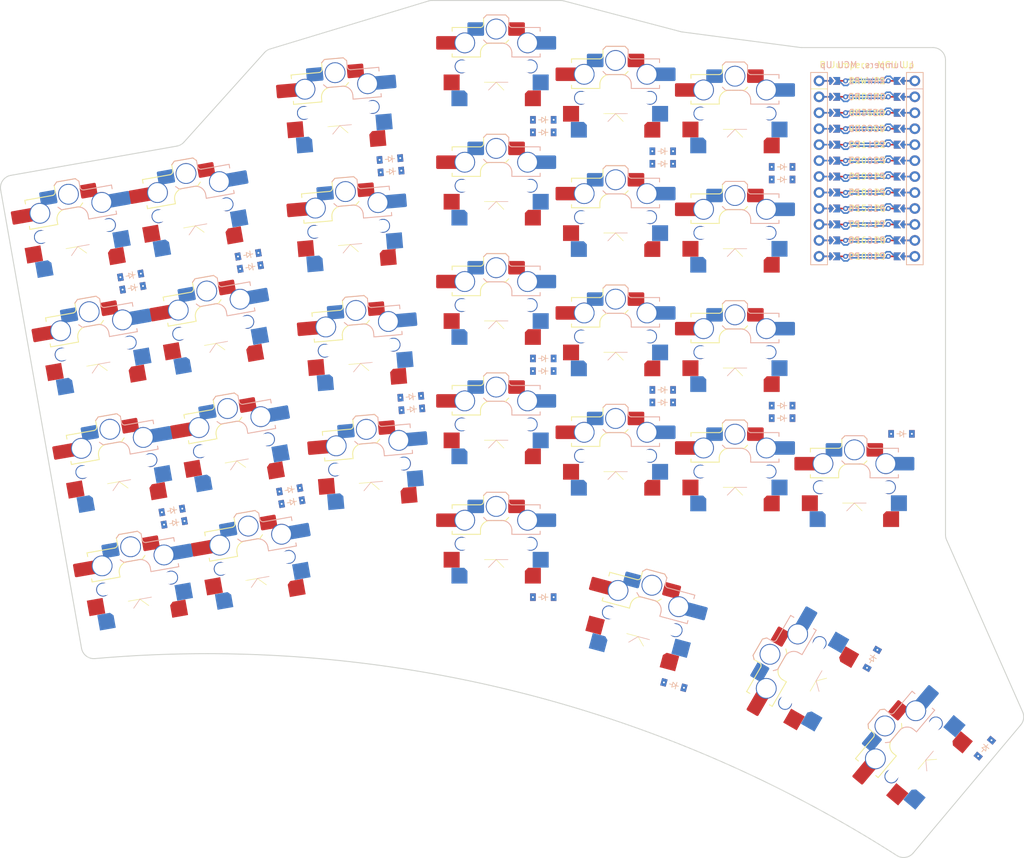
<source format=kicad_pcb>
(kicad_pcb (version 20240108) (generator "ergogen") (generator_version "4.1.0")
  (title_block (title "qapla") (date "2024-08-23") (rev "v1.0.0") (company "Unknown"))
  (layers (0 "F.Cu" signal) (31 "B.Cu" signal) (34 "B.Paste" user) (35 "F.Paste" user) (36 "B.SilkS" user "B.Silkscreen") (37 "F.SilkS" user "F.Silkscreen") (38 "B.Mask" user) (39 "F.Mask" user) (44 "Edge.Cuts" user))
  (net 0 "")
  (net 1 "outer_bottom")
  (net 2 "GND")
  (net 3 "D1")
  (net 4 "D2")
  (net 5 "outer_home")
  (net 6 "outer_top")
  (net 7 "outer_num")
  (net 8 "pinky_bottom")
  (net 9 "pinky_home")
  (net 10 "pinky_top")
  (net 11 "pinky_num")
  (net 12 "ring_bottom")
  (net 13 "ring_home")
  (net 14 "ring_top")
  (net 15 "ring_num")
  (net 16 "middle_mod")
  (net 17 "middle_bottom")
  (net 18 "middle_home")
  (net 19 "middle_top")
  (net 20 "middle_num")
  (net 21 "index_bottom")
  (net 22 "index_home")
  (net 23 "index_top")
  (net 24 "index_num")
  (net 25 "inner_bottom")
  (net 26 "inner_home")
  (net 27 "inner_top")
  (net 28 "inner_num")
  (net 29 "inner_far_bottom")
  (net 30 "alt_mod")
  (net 31 "inner_mod")
  (net 32 "outer_mod")
  (net 33 "RAW")
  (net 34 "RST")
  (net 35 "VCC")
  (net 36 "P21")
  (net 37 "P20")
  (net 38 "P19")
  (net 39 "P18")
  (net 40 "P15")
  (net 41 "P14")
  (net 42 "P16")
  (net 43 "P10")
  (net 44 "P1")
  (net 45 "P0")
  (net 46 "P2")
  (net 47 "P3")
  (net 48 "P4")
  (net 49 "P5")
  (net 50 "P6")
  (net 51 "P7")
  (net 52 "P8")
  (net 53 "P9")
  (net 54 "P101")
  (net 55 "P102")
  (net 56 "P107")
  (net 57 "MCU1_24")
  (net 58 "MCU1_1")
  (net 59 "MCU1_23")
  (net 60 "MCU1_2")
  (net 61 "MCU1_22")
  (net 62 "MCU1_3")
  (net 63 "MCU1_21")
  (net 64 "MCU1_4")
  (net 65 "MCU1_20")
  (net 66 "MCU1_5")
  (net 67 "MCU1_19")
  (net 68 "MCU1_6")
  (net 69 "MCU1_18")
  (net 70 "MCU1_7")
  (net 71 "MCU1_17")
  (net 72 "MCU1_8")
  (net 73 "MCU1_16")
  (net 74 "MCU1_9")
  (net 75 "MCU1_15")
  (net 76 "MCU1_10")
  (net 77 "MCU1_14")
  (net 78 "MCU1_11")
  (net 79 "MCU1_13")
  (net 80 "MCU1_12")
  (footprint "ceoloide:switch_choc_v1_v2" (layer "B.Cu") (at 121.2286866 111.6449979 10)
    (property "Reference" "S1" hide)
  )
  (footprint "ceoloide:switch_choc_v1_v2" (layer "B.Cu") (at 117.9293712 92.9336506 10)
    (property "Reference" "S2" hide)
  )
  (footprint "ceoloide:switch_choc_v1_v2" (layer "B.Cu") (at 114.6300558 74.2223033 10)
    (property "Reference" "S3" hide)
  )
  (footprint "ceoloide:switch_choc_v1_v2" (layer "B.Cu") (at 111.3307404 55.510956 10)
    (property "Reference" "S4" hide)
  )
  (footprint "ceoloide:switch_choc_v1_v2" (layer "B.Cu") (at 139.9400339 108.3456825 10)
    (property "Reference" "S5" hide)
  )
  (footprint "ceoloide:switch_choc_v1_v2" (layer "B.Cu") (at 136.6407185 89.6343352 10)
    (property "Reference" "S6" hide)
  )
  (footprint "ceoloide:switch_choc_v1_v2" (layer "B.Cu") (at 133.3414031 70.9229879 10)
    (property "Reference" "S7" hide)
  )
  (footprint "ceoloide:switch_choc_v1_v2" (layer "B.Cu") (at 130.0420878 52.2116406 10)
    (property "Reference" "S8" hide)
  )
  (footprint "ceoloide:switch_choc_v1_v2" (layer "B.Cu") (at 158.2109593 93.0123221 5)
    (property "Reference" "S9" hide)
  )
  (footprint "ceoloide:switch_choc_v1_v2" (layer "B.Cu") (at 156.5550002 74.0846228 5)
    (property "Reference" "S10" hide)
  )
  (footprint "ceoloide:switch_choc_v1_v2" (layer "B.Cu") (at 154.899041 55.1569235 5)
    (property "Reference" "S11" hide)
  )
  (footprint "ceoloide:switch_choc_v1_v2" (layer "B.Cu") (at 153.2430819 36.2292242 5)
    (property "Reference" "S12" hide)
  )
  (footprint "ceoloide:switch_choc_v1_v2" (layer "B.Cu") (at 178.358839 105.3030888 0)
    (property "Reference" "S13" hide)
  )
  (footprint "ceoloide:switch_choc_v1_v2" (layer "B.Cu") (at 178.358839 86.3030888 0)
    (property "Reference" "S14" hide)
  )
  (footprint "ceoloide:switch_choc_v1_v2" (layer "B.Cu") (at 178.3588391 67.3030888 0)
    (property "Reference" "S15" hide)
  )
  (footprint "ceoloide:switch_choc_v1_v2" (layer "B.Cu") (at 178.3588391 48.3030888 0)
    (property "Reference" "S16" hide)
  )
  (footprint "ceoloide:switch_choc_v1_v2" (layer "B.Cu") (at 178.3588391 29.3030888 0)
    (property "Reference" "S17" hide)
  )
  (footprint "ceoloide:switch_choc_v1_v2" (layer "B.Cu") (at 197.358839 91.3030887 0)
    (property "Reference" "S18" hide)
  )
  (footprint "ceoloide:switch_choc_v1_v2" (layer "B.Cu") (at 197.358839 72.3030887 0)
    (property "Reference" "S19" hide)
  )
  (footprint "ceoloide:switch_choc_v1_v2" (layer "B.Cu") (at 197.3588391 53.3030887 0)
    (property "Reference" "S20" hide)
  )
  (footprint "ceoloide:switch_choc_v1_v2" (layer "B.Cu") (at 197.3588391 34.3030887 0)
    (property "Reference" "S21" hide)
  )
  (footprint "ceoloide:switch_choc_v1_v2" (layer "B.Cu") (at 216.3588389 93.8030888 0)
    (property "Reference" "S22" hide)
  )
  (footprint "ceoloide:switch_choc_v1_v2" (layer "B.Cu") (at 216.358839 74.8030888 0)
    (property "Reference" "S23" hide)
  )
  (footprint "ceoloide:switch_choc_v1_v2" (layer "B.Cu") (at 216.358839 55.8030888 0)
    (property "Reference" "S24" hide)
  )
  (footprint "ceoloide:switch_choc_v1_v2" (layer "B.Cu") (at 216.358839 36.8030888 0)
    (property "Reference" "S25" hide)
  )
  (footprint "ceoloide:switch_choc_v1_v2" (layer "B.Cu") (at 235.358839 96.3030887 0)
    (property "Reference" "S26" hide)
  )
  (footprint "ceoloide:switch_choc_v1_v2" (layer "B.Cu") (at 201.6014797 117.6515579 -15)
    (property "Reference" "S27" hide)
  )
  (footprint "ceoloide:switch_choc_v1_v2" (layer "B.Cu") (at 227.08387739999998 125.87558390000001 60)
    (property "Reference" "S28" hide)
  )
  (footprint "ceoloide:switch_choc_v1_v2" (layer "B.Cu") (at 244.78653729999996 138.13068070000003 50)
    (property "Reference" "S29" hide)
  )
  (footprint "ceoloide:switch_mx" (layer "B.Cu") (at 121.2286866 111.6449979 190)
    (property "Reference" "S30" hide)
  )
  (footprint "ceoloide:switch_mx" (layer "B.Cu") (at 117.9293712 92.9336506 190)
    (property "Reference" "S31" hide)
  )
  (footprint "ceoloide:switch_mx" (layer "B.Cu") (at 114.6300558 74.2223033 190)
    (property "Reference" "S32" hide)
  )
  (footprint "ceoloide:switch_mx" (layer "B.Cu") (at 111.3307404 55.510956 190)
    (property "Reference" "S33" hide)
  )
  (footprint "ceoloide:switch_mx" (layer "B.Cu") (at 139.9400339 108.3456825 190)
    (property "Reference" "S34" hide)
  )
  (footprint "ceoloide:switch_mx" (layer "B.Cu") (at 136.6407185 89.6343352 190)
    (property "Reference" "S35" hide)
  )
  (footprint "ceoloide:switch_mx" (layer "B.Cu") (at 133.3414031 70.9229879 190)
    (property "Reference" "S36" hide)
  )
  (footprint "ceoloide:switch_mx" (layer "B.Cu") (at 130.0420878 52.2116406 190)
    (property "Reference" "S37" hide)
  )
  (footprint "ceoloide:switch_mx" (layer "B.Cu") (at 158.2109593 93.0123221 185)
    (property "Reference" "S38" hide)
  )
  (footprint "ceoloide:switch_mx" (layer "B.Cu") (at 156.5550002 74.0846228 185)
    (property "Reference" "S39" hide)
  )
  (footprint "ceoloide:switch_mx" (layer "B.Cu") (at 154.899041 55.1569235 185)
    (property "Reference" "S40" hide)
  )
  (footprint "ceoloide:switch_mx" (layer "B.Cu") (at 153.2430819 36.2292242 185)
    (property "Reference" "S41" hide)
  )
  (footprint "ceoloide:switch_mx" (layer "B.Cu") (at 178.358839 105.3030888 180)
    (property "Reference" "S42" hide)
  )
  (footprint "ceoloide:switch_mx" (layer "B.Cu") (at 178.358839 86.3030888 180)
    (property "Reference" "S43" hide)
  )
  (footprint "ceoloide:switch_mx" (layer "B.Cu") (at 178.3588391 67.3030888 180)
    (property "Reference" "S44" hide)
  )
  (footprint "ceoloide:switch_mx" (layer "B.Cu") (at 178.3588391 48.3030888 180)
    (property "Reference" "S45" hide)
  )
  (footprint "ceoloide:switch_mx" (layer "B.Cu") (at 178.3588391 29.3030888 180)
    (property "Reference" "S46" hide)
  )
  (footprint "ceoloide:switch_mx" (layer "B.Cu") (at 197.358839 91.3030887 180)
    (property "Reference" "S47" hide)
  )
  (footprint "ceoloide:switch_mx" (layer "B.Cu") (at 197.358839 72.3030887 180)
    (property "Reference" "S48" hide)
  )
  (footprint "ceoloide:switch_mx" (layer "B.Cu") (at 197.3588391 53.3030887 180)
    (property "Reference" "S49" hide)
  )
  (footprint "ceoloide:switch_mx" (layer "B.Cu") (at 197.3588391 34.3030887 180)
    (property "Reference" "S50" hide)
  )
  (footprint "ceoloide:switch_mx" (layer "B.Cu") (at 216.3588389 93.8030888 180)
    (property "Reference" "S51" hide)
  )
  (footprint "ceoloide:switch_mx" (layer "B.Cu") (at 216.358839 74.8030888 180)
    (property "Reference" "S52" hide)
  )
  (footprint "ceoloide:switch_mx" (layer "B.Cu") (at 216.358839 55.8030888 180)
    (property "Reference" "S53" hide)
  )
  (footprint "ceoloide:switch_mx" (layer "B.Cu") (at 216.358839 36.8030888 180)
    (property "Reference" "S54" hide)
  )
  (footprint "ceoloide:switch_mx" (layer "B.Cu") (at 235.358839 96.3030887 180)
    (property "Reference" "S55" hide)
  )
  (footprint "ceoloide:switch_mx" (layer "B.Cu") (at 201.6014797 117.6515579 165)
    (property "Reference" "S56" hide)
  )
  (footprint "ceoloide:switch_mx" (layer "B.Cu") (at 227.08387739999998 125.87558390000001 240)
    (property "Reference" "S57" hide)
  )
  (footprint "ceoloide:switch_mx" (layer "B.Cu") (at 244.78653729999996 138.13068070000003 230)
    (property "Reference" "S58" hide)
  )
  (footprint "ceoloide:diode_tht_sod123" (layer "B.Cu") (at 126.7914389 100.0021552 190)
    (property "Reference" "D1" hide)
  )
  (footprint "ceoloide:diode_tht_sod123" (layer "B.Cu") (at 120.1928081 62.5794606 190)
    (property "Reference" "D2" hide)
  )
  (footprint "ceoloide:diode_tht_sod123" (layer "B.Cu") (at 145.5027862 96.70283979999999 190)
    (property "Reference" "D3" hide)
  )
  (footprint "ceoloide:diode_tht_sod123" (layer "B.Cu") (at 138.9041555 59.2801452 190)
    (property "Reference" "D4" hide)
  )
  (footprint "ceoloide:diode_tht_sod123" (layer "B.Cu") (at 164.7672842 81.89860970000001 185)
    (property "Reference" "D5" hide)
  )
  (footprint "ceoloide:diode_tht_sod123" (layer "B.Cu") (at 161.4553659 44.04321109999999 185)
    (property "Reference" "D6" hide)
  )
  (footprint "ceoloide:diode_tht_sod123" (layer "B.Cu") (at 185.858839 113.8030888 180)
    (property "Reference" "D7" hide)
  )
  (footprint "ceoloide:diode_tht_sod123" (layer "B.Cu") (at 185.8588391 75.8030888 180)
    (property "Reference" "D8" hide)
  )
  (footprint "ceoloide:diode_tht_sod123" (layer "B.Cu") (at 185.8588391 37.8030888 180)
    (property "Reference" "D9" hide)
  )
  (footprint "ceoloide:diode_tht_sod123" (layer "B.Cu") (at 204.858839 80.8030887 180)
    (property "Reference" "D10" hide)
  )
  (footprint "ceoloide:diode_tht_sod123" (layer "B.Cu") (at 204.8588391 42.8030887 180)
    (property "Reference" "D11" hide)
  )
  (footprint "ceoloide:diode_tht_sod123" (layer "B.Cu") (at 223.858839 83.3030888 180)
    (property "Reference" "D12" hide)
  )
  (footprint "ceoloide:diode_tht_sod123" (layer "B.Cu") (at 223.858839 45.3030888 180)
    (property "Reference" "D13" hide)
  )
  (footprint "ceoloide:diode_tht_sod123" (layer "B.Cu") (at 206.6459615 127.8030703 165)
    (property "Reference" "D14" hide)
  )
  (footprint "ceoloide:diode_tht_sod123" (layer "B.Cu") (at 238.19509329999997 123.6303934 240)
    (property "Reference" "D15" hide)
  )
  (footprint "ceoloide:diode_tht_sod123" (layer "B.Cu") (at 256.1188221 137.84904210000002 230)
    (property "Reference" "D16" hide)
  )
  (footprint "ceoloide:diode_tht_sod123" (layer "B.Cu") (at 127.1387352 101.97177070000001 190)
    (property "Reference" "D17" hide)
  )
  (footprint "ceoloide:diode_tht_sod123" (layer "B.Cu") (at 120.54010439999999 64.5490761 190)
    (property "Reference" "D18" hide)
  )
  (footprint "ceoloide:diode_tht_sod123" (layer "B.Cu") (at 145.8500825 98.6724553 190)
    (property "Reference" "D19" hide)
  )
  (footprint "ceoloide:diode_tht_sod123" (layer "B.Cu") (at 139.25145170000002 61.249760699999996 190)
    (property "Reference" "D20" hide)
  )
  (footprint "ceoloide:diode_tht_sod123" (layer "B.Cu") (at 164.94159570000002 83.8909991 185)
    (property "Reference" "D21" hide)
  )
  (footprint "ceoloide:diode_tht_sod123" (layer "B.Cu") (at 161.62967740000002 46.0356005 185)
    (property "Reference" "D22" hide)
  )
  (footprint "ceoloide:diode_tht_sod123" (layer "B.Cu") (at 185.858839 77.8030888 180)
    (property "Reference" "D23" hide)
  )
  (footprint "ceoloide:diode_tht_sod123" (layer "B.Cu") (at 185.8588391 39.8030888 180)
    (property "Reference" "D24" hide)
  )
  (footprint "ceoloide:diode_tht_sod123" (layer "B.Cu") (at 204.858839 82.8030887 180)
    (property "Reference" "D25" hide)
  )
  (footprint "ceoloide:diode_tht_sod123" (layer "B.Cu") (at 204.8588391 44.8030887 180)
    (property "Reference" "D26" hide)
  )
  (footprint "ceoloide:diode_tht_sod123" (layer "B.Cu") (at 223.8588389 85.3030888 180)
    (property "Reference" "D27" hide)
  )
  (footprint "ceoloide:diode_tht_sod123" (layer "B.Cu") (at 223.858839 47.3030888 180)
    (property "Reference" "D28" hide)
  )
  (footprint "ceoloide:diode_tht_sod123" (layer "B.Cu") (at 242.858839 87.8030887 180)
    (property "Reference" "D29" hide)
  )
  (footprint "ceoloide:mcu_nice_nano" (layer "F.Cu") (at 237.358839 44.3030888 0)
    (property "Reference" "MCU1" hide)
  )
  (segment (start 242.133839 31.6030888) (end 240.758839 31.6030888) (width 0.25) (layer "F.Cu"))
  (segment (start 232.58383899999998 31.6030888) (end 233.95883899999998 31.6030888) (width 0.25) (layer "F.Cu"))
  (segment (start 229.73883899999998 31.6030888) (end 231.858839 31.6030888) (width 0.25) (layer "F.Cu"))
  (segment (start 229.73883899999998 31.6030888) (end 231.858839 31.6030888) (width 0.25) (layer "B.Cu"))
  (segment (start 242.858839 31.6030888) (end 244.978839 31.6030888) (width 0.25) (layer "F.Cu"))
  (segment (start 244.978839 31.6030888) (end 242.858839 31.6030888) (width 0.25) (layer "B.Cu"))
  (segment (start 234.754144 31.8330888) (end 240.52883899999998 31.8330888) (width 0.25) (layer "B.Cu"))
  (segment (start 232.58383899999998 31.6030888) (end 232.93353399999998 31.6030888) (width 0.25) (layer "B.Cu"))
  (segment (start 233.65853399999997 32.328088799999996) (end 234.259144 32.328088799999996) (width 0.25) (layer "B.Cu"))
  (segment (start 232.93353399999998 31.6030888) (end 233.65853399999997 32.328088799999996) (width 0.25) (layer "B.Cu"))
  (segment (start 234.259144 32.328088799999996) (end 234.754144 31.8330888) (width 0.25) (layer "B.Cu"))
  (segment (start 242.133839 31.6030888) (end 241.784144 31.6030888) (width 0.25) (layer "B.Cu"))
  (segment (start 239.953534 31.383088799999996) (end 234.17883899999998 31.383088799999996) (width 0.25) (layer "B.Cu"))
  (segment (start 241.784144 31.6030888) (end 241.059144 30.878088799999997) (width 0.25) (layer "B.Cu"))
  (segment (start 241.059144 30.878088799999997) (end 240.458534 30.878088799999997) (width 0.25) (layer "B.Cu"))
  (segment (start 240.458534 30.878088799999997) (end 239.953534 31.383088799999996) (width 0.25) (layer "B.Cu"))
  (segment (start 242.133839 34.1430888) (end 240.758839 34.1430888) (width 0.25) (layer "F.Cu"))
  (segment (start 232.58383899999998 34.1430888) (end 233.95883899999998 34.1430888) (width 0.25) (layer "F.Cu"))
  (segment (start 229.73883899999998 34.1430888) (end 231.858839 34.1430888) (width 0.25) (layer "F.Cu"))
  (segment (start 229.73883899999998 34.1430888) (end 231.858839 34.1430888) (width 0.25) (layer "B.Cu"))
  (segment (start 242.858839 34.1430888) (end 244.978839 34.1430888) (width 0.25) (layer "F.Cu"))
  (segment (start 244.978839 34.1430888) (end 242.858839 34.1430888) (width 0.25) (layer "B.Cu"))
  (segment (start 234.754144 34.3730888) (end 240.52883899999998 34.3730888) (width 0.25) (layer "B.Cu"))
  (segment (start 232.58383899999998 34.1430888) (end 232.93353399999998 34.1430888) (width 0.25) (layer "B.Cu"))
  (segment (start 233.65853399999997 34.868088799999995) (end 234.259144 34.868088799999995) (width 0.25) (layer "B.Cu"))
  (segment (start 232.93353399999998 34.1430888) (end 233.65853399999997 34.868088799999995) (width 0.25) (layer "B.Cu"))
  (segment (start 234.259144 34.868088799999995) (end 234.754144 34.3730888) (width 0.25) (layer "B.Cu"))
  (segment (start 242.133839 34.1430888) (end 241.784144 34.1430888) (width 0.25) (layer "B.Cu"))
  (segment (start 239.953534 33.923088799999995) (end 234.17883899999998 33.923088799999995) (width 0.25) (layer "B.Cu"))
  (segment (start 241.784144 34.1430888) (end 241.059144 33.4180888) (width 0.25) (layer "B.Cu"))
  (segment (start 241.059144 33.4180888) (end 240.458534 33.4180888) (width 0.25) (layer "B.Cu"))
  (segment (start 240.458534 33.4180888) (end 239.953534 33.923088799999995) (width 0.25) (layer "B.Cu"))
  (segment (start 242.133839 36.6830888) (end 240.758839 36.6830888) (width 0.25) (layer "F.Cu"))
  (segment (start 232.58383899999998 36.6830888) (end 233.95883899999998 36.6830888) (width 0.25) (layer "F.Cu"))
  (segment (start 229.73883899999998 36.6830888) (end 231.858839 36.6830888) (width 0.25) (layer "F.Cu"))
  (segment (start 229.73883899999998 36.6830888) (end 231.858839 36.6830888) (width 0.25) (layer "B.Cu"))
  (segment (start 242.858839 36.6830888) (end 244.978839 36.6830888) (width 0.25) (layer "F.Cu"))
  (segment (start 244.978839 36.6830888) (end 242.858839 36.6830888) (width 0.25) (layer "B.Cu"))
  (segment (start 234.754144 36.9130888) (end 240.52883899999998 36.9130888) (width 0.25) (layer "B.Cu"))
  (segment (start 232.58383899999998 36.6830888) (end 232.93353399999998 36.6830888) (width 0.25) (layer "B.Cu"))
  (segment (start 233.65853399999997 37.4080888) (end 234.259144 37.4080888) (width 0.25) (layer "B.Cu"))
  (segment (start 232.93353399999998 36.6830888) (end 233.65853399999997 37.4080888) (width 0.25) (layer "B.Cu"))
  (segment (start 234.259144 37.4080888) (end 234.754144 36.9130888) (width 0.25) (layer "B.Cu"))
  (segment (start 242.133839 36.6830888) (end 241.784144 36.6830888) (width 0.25) (layer "B.Cu"))
  (segment (start 239.953534 36.463088799999994) (end 234.17883899999998 36.463088799999994) (width 0.25) (layer "B.Cu"))
  (segment (start 241.784144 36.6830888) (end 241.059144 35.9580888) (width 0.25) (layer "B.Cu"))
  (segment (start 241.059144 35.9580888) (end 240.458534 35.9580888) (width 0.25) (layer "B.Cu"))
  (segment (start 240.458534 35.9580888) (end 239.953534 36.463088799999994) (width 0.25) (layer "B.Cu"))
  (segment (start 242.133839 39.2230888) (end 240.758839 39.2230888) (width 0.25) (layer "F.Cu"))
  (segment (start 232.58383899999998 39.2230888) (end 233.95883899999998 39.2230888) (width 0.25) (layer "F.Cu"))
  (segment (start 229.73883899999998 39.2230888) (end 231.858839 39.2230888) (width 0.25) (layer "F.Cu"))
  (segment (start 229.73883899999998 39.2230888) (end 231.858839 39.2230888) (width 0.25) (layer "B.Cu"))
  (segment (start 242.858839 39.2230888) (end 244.978839 39.2230888) (width 0.25) (layer "F.Cu"))
  (segment (start 244.978839 39.2230888) (end 242.858839 39.2230888) (width 0.25) (layer "B.Cu"))
  (segment (start 234.754144 39.453088799999996) (end 240.52883899999998 39.453088799999996) (width 0.25) (layer "B.Cu"))
  (segment (start 232.58383899999998 39.2230888) (end 232.93353399999998 39.2230888) (width 0.25) (layer "B.Cu"))
  (segment (start 233.65853399999997 39.948088799999994) (end 234.259144 39.948088799999994) (width 0.25) (layer "B.Cu"))
  (segment (start 232.93353399999998 39.2230888) (end 233.65853399999997 39.948088799999994) (width 0.25) (layer "B.Cu"))
  (segment (start 234.259144 39.948088799999994) (end 234.754144 39.453088799999996) (width 0.25) (layer "B.Cu"))
  (segment (start 242.133839 39.2230888) (end 241.784144 39.2230888) (width 0.25) (layer "B.Cu"))
  (segment (start 239.953534 39.0030888) (end 234.17883899999998 39.0030888) (width 0.25) (layer "B.Cu"))
  (segment (start 241.784144 39.2230888) (end 241.059144 38.4980888) (width 0.25) (layer "B.Cu"))
  (segment (start 241.059144 38.4980888) (end 240.458534 38.4980888) (width 0.25) (layer "B.Cu"))
  (segment (start 240.458534 38.4980888) (end 239.953534 39.0030888) (width 0.25) (layer "B.Cu"))
  (segment (start 242.133839 41.7630888) (end 240.758839 41.7630888) (width 0.25) (layer "F.Cu"))
  (segment (start 232.58383899999998 41.7630888) (end 233.95883899999998 41.7630888) (width 0.25) (layer "F.Cu"))
  (segment (start 229.73883899999998 41.7630888) (end 231.858839 41.7630888) (width 0.25) (layer "F.Cu"))
  (segment (start 229.73883899999998 41.7630888) (end 231.858839 41.7630888) (width 0.25) (layer "B.Cu"))
  (segment (start 242.858839 41.7630888) (end 244.978839 41.7630888) (width 0.25) (layer "F.Cu"))
  (segment (start 244.978839 41.7630888) (end 242.858839 41.7630888) (width 0.25) (layer "B.Cu"))
  (segment (start 234.754144 41.993088799999995) (end 240.52883899999998 41.993088799999995) (width 0.25) (layer "B.Cu"))
  (segment (start 232.58383899999998 41.7630888) (end 232.93353399999998 41.7630888) (width 0.25) (layer "B.Cu"))
  (segment (start 233.65853399999997 42.4880888) (end 234.259144 42.4880888) (width 0.25) (layer "B.Cu"))
  (segment (start 232.93353399999998 41.7630888) (end 233.65853399999997 42.4880888) (width 0.25) (layer "B.Cu"))
  (segment (start 234.259144 42.4880888) (end 234.754144 41.993088799999995) (width 0.25) (layer "B.Cu"))
  (segment (start 242.133839 41.7630888) (end 241.784144 41.7630888) (width 0.25) (layer "B.Cu"))
  (segment (start 239.953534 41.5430888) (end 234.17883899999998 41.5430888) (width 0.25) (layer "B.Cu"))
  (segment (start 241.784144 41.7630888) (end 241.059144 41.0380888) (width 0.25) (layer "B.Cu"))
  (segment (start 241.059144 41.0380888) (end 240.458534 41.0380888) (width 0.25) (layer "B.Cu"))
  (segment (start 240.458534 41.0380888) (end 239.953534 41.5430888) (width 0.25) (layer "B.Cu"))
  (segment (start 242.133839 44.3030888) (end 240.758839 44.3030888) (width 0.25) (layer "F.Cu"))
  (segment (start 232.58383899999998 44.3030888) (end 233.95883899999998 44.3030888) (width 0.25) (layer "F.Cu"))
  (segment (start 229.73883899999998 44.3030888) (end 231.858839 44.3030888) (width 0.25) (layer "F.Cu"))
  (segment (start 229.73883899999998 44.3030888) (end 231.858839 44.3030888) (width 0.25) (layer "B.Cu"))
  (segment (start 242.858839 44.3030888) (end 244.978839 44.3030888) (width 0.25) (layer "F.Cu"))
  (segment (start 244.978839 44.3030888) (end 242.858839 44.3030888) (width 0.25) (layer "B.Cu"))
  (segment (start 234.754144 44.533088799999994) (end 240.52883899999998 44.533088799999994) (width 0.25) (layer "B.Cu"))
  (segment (start 232.58383899999998 44.3030888) (end 232.93353399999998 44.3030888) (width 0.25) (layer "B.Cu"))
  (segment (start 233.65853399999997 45.0280888) (end 234.259144 45.0280888) (width 0.25) (layer "B.Cu"))
  (segment (start 232.93353399999998 44.3030888) (end 233.65853399999997 45.0280888) (width 0.25) (layer "B.Cu"))
  (segment (start 234.259144 45.0280888) (end 234.754144 44.533088799999994) (width 0.25) (layer "B.Cu"))
  (segment (start 242.133839 44.3030888) (end 241.784144 44.3030888) (width 0.25) (layer "B.Cu"))
  (segment (start 239.953534 44.0830888) (end 234.17883899999998 44.0830888) (width 0.25) (layer "B.Cu"))
  (segment (start 241.784144 44.3030888) (end 241.059144 43.578088799999996) (width 0.25) (layer "B.Cu"))
  (segment (start 241.059144 43.578088799999996) (end 240.458534 43.578088799999996) (width 0.25) (layer "B.Cu"))
  (segment (start 240.458534 43.578088799999996) (end 239.953534 44.0830888) (width 0.25) (layer "B.Cu"))
  (segment (start 242.133839 46.8430888) (end 240.758839 46.8430888) (width 0.25) (layer "F.Cu"))
  (segment (start 232.58383899999998 46.8430888) (end 233.95883899999998 46.8430888) (width 0.25) (layer "F.Cu"))
  (segment (start 229.73883899999998 46.8430888) (end 231.858839 46.8430888) (width 0.25) (layer "F.Cu"))
  (segment (start 229.73883899999998 46.8430888) (end 231.858839 46.8430888) (width 0.25) (layer "B.Cu"))
  (segment (start 242.858839 46.8430888) (end 244.978839 46.8430888) (width 0.25) (layer "F.Cu"))
  (segment (start 244.978839 46.8430888) (end 242.858839 46.8430888) (width 0.25) (layer "B.Cu"))
  (segment (start 234.754144 47.0730888) (end 240.52883899999998 47.0730888) (width 0.25) (layer "B.Cu"))
  (segment (start 232.58383899999998 46.8430888) (end 232.93353399999998 46.8430888) (width 0.25) (layer "B.Cu"))
  (segment (start 233.65853399999997 47.5680888) (end 234.259144 47.5680888) (width 0.25) (layer "B.Cu"))
  (segment (start 232.93353399999998 46.8430888) (end 233.65853399999997 47.5680888) (width 0.25) (layer "B.Cu"))
  (segment (start 234.259144 47.5680888) (end 234.754144 47.0730888) (width 0.25) (layer "B.Cu"))
  (segment (start 242.133839 46.8430888) (end 241.784144 46.8430888) (width 0.25) (layer "B.Cu"))
  (segment (start 239.953534 46.6230888) (end 234.17883899999998 46.6230888) (width 0.25) (layer "B.Cu"))
  (segment (start 241.784144 46.8430888) (end 241.059144 46.118088799999995) (width 0.25) (layer "B.Cu"))
  (segment (start 241.059144 46.118088799999995) (end 240.458534 46.118088799999995) (width 0.25) (layer "B.Cu"))
  (segment (start 240.458534 46.118088799999995) (end 239.953534 46.6230888) (width 0.25) (layer "B.Cu"))
  (segment (start 242.133839 49.383088799999996) (end 240.758839 49.383088799999996) (width 0.25) (layer "F.Cu"))
  (segment (start 232.58383899999998 49.383088799999996) (end 233.95883899999998 49.383088799999996) (width 0.25) (layer "F.Cu"))
  (segment (start 229.73883899999998 49.383088799999996) (end 231.858839 49.383088799999996) (width 0.25) (layer "F.Cu"))
  (segment (start 229.73883899999998 49.383088799999996) (end 231.858839 49.383088799999996) (width 0.25) (layer "B.Cu"))
  (segment (start 242.858839 49.383088799999996) (end 244.978839 49.383088799999996) (width 0.25) (layer "F.Cu"))
  (segment (start 244.978839 49.383088799999996) (end 242.858839 49.383088799999996) (width 0.25) (layer "B.Cu"))
  (segment (start 234.754144 49.6130888) (end 240.52883899999998 49.6130888) (width 0.25) (layer "B.Cu"))
  (segment (start 232.58383899999998 49.383088799999996) (end 232.93353399999998 49.383088799999996) (width 0.25) (layer "B.Cu"))
  (segment (start 233.65853399999997 50.1080888) (end 234.259144 50.1080888) (width 0.25) (layer "B.Cu"))
  (segment (start 232.93353399999998 49.383088799999996) (end 233.65853399999997 50.1080888) (width 0.25) (layer "B.Cu"))
  (segment (start 234.259144 50.1080888) (end 234.754144 49.6130888) (width 0.25) (layer "B.Cu"))
  (segment (start 242.133839 49.383088799999996) (end 241.784144 49.383088799999996) (width 0.25) (layer "B.Cu"))
  (segment (start 239.953534 49.1630888) (end 234.17883899999998 49.1630888) (width 0.25) (layer "B.Cu"))
  (segment (start 241.784144 49.383088799999996) (end 241.059144 48.6580888) (width 0.25) (layer "B.Cu"))
  (segment (start 241.059144 48.6580888) (end 240.458534 48.6580888) (width 0.25) (layer "B.Cu"))
  (segment (start 240.458534 48.6580888) (end 239.953534 49.1630888) (width 0.25) (layer "B.Cu"))
  (segment (start 242.133839 51.923088799999995) (end 240.758839 51.923088799999995) (width 0.25) (layer "F.Cu"))
  (segment (start 232.58383899999998 51.923088799999995) (end 233.95883899999998 51.923088799999995) (width 0.25) (layer "F.Cu"))
  (segment (start 229.73883899999998 51.923088799999995) (end 231.858839 51.923088799999995) (width 0.25) (layer "F.Cu"))
  (segment (start 229.73883899999998 51.923088799999995) (end 231.858839 51.923088799999995) (width 0.25) (layer "B.Cu"))
  (segment (start 242.858839 51.923088799999995) (end 244.978839 51.923088799999995) (width 0.25) (layer "F.Cu"))
  (segment (start 244.978839 51.923088799999995) (end 242.858839 51.923088799999995) (width 0.25) (layer "B.Cu"))
  (segment (start 234.754144 52.1530888) (end 240.52883899999998 52.1530888) (width 0.25) (layer "B.Cu"))
  (segment (start 232.58383899999998 51.923088799999995) (end 232.93353399999998 51.923088799999995) (width 0.25) (layer "B.Cu"))
  (segment (start 233.65853399999997 52.6480888) (end 234.259144 52.6480888) (width 0.25) (layer "B.Cu"))
  (segment (start 232.93353399999998 51.923088799999995) (end 233.65853399999997 52.6480888) (width 0.25) (layer "B.Cu"))
  (segment (start 234.259144 52.6480888) (end 234.754144 52.1530888) (width 0.25) (layer "B.Cu"))
  (segment (start 242.133839 51.923088799999995) (end 241.784144 51.923088799999995) (width 0.25) (layer "B.Cu"))
  (segment (start 239.953534 51.703088799999996) (end 234.17883899999998 51.703088799999996) (width 0.25) (layer "B.Cu"))
  (segment (start 241.784144 51.923088799999995) (end 241.059144 51.198088799999994) (width 0.25) (layer "B.Cu"))
  (segment (start 241.059144 51.198088799999994) (end 240.458534 51.198088799999994) (width 0.25) (layer "B.Cu"))
  (segment (start 240.458534 51.198088799999994) (end 239.953534 51.703088799999996) (width 0.25) (layer "B.Cu"))
  (segment (start 242.133839 54.463088799999994) (end 240.758839 54.463088799999994) (width 0.25) (layer "F.Cu"))
  (segment (start 232.58383899999998 54.463088799999994) (end 233.95883899999998 54.463088799999994) (width 0.25) (layer "F.Cu"))
  (segment (start 229.73883899999998 54.463088799999994) (end 231.858839 54.463088799999994) (width 0.25) (layer "F.Cu"))
  (segment (start 229.73883899999998 54.463088799999994) (end 231.858839 54.463088799999994) (width 0.25) (layer "B.Cu"))
  (segment (start 242.858839 54.463088799999994) (end 244.978839 54.463088799999994) (width 0.25) (layer "F.Cu"))
  (segment (start 244.978839 54.463088799999994) (end 242.858839 54.463088799999994) (width 0.25) (layer "B.Cu"))
  (segment (start 234.754144 54.6930888) (end 240.52883899999998 54.6930888) (width 0.25) (layer "B.Cu"))
  (segment (start 232.58383899999998 54.463088799999994) (end 232.93353399999998 54.463088799999994) (width 0.25) (layer "B.Cu"))
  (segment (start 233.65853399999997 55.188088799999996) (end 234.259144 55.188088799999996) (width 0.25) (layer "B.Cu"))
  (segment (start 232.93353399999998 54.463088799999994) (end 233.65853399999997 55.188088799999996) (width 0.25) (layer "B.Cu"))
  (segment (start 234.259144 55.188088799999996) (end 234.754144 54.6930888) (width 0.25) (layer "B.Cu"))
  (segment (start 242.133839 54.463088799999994) (end 241.784144 54.463088799999994) (width 0.25) (layer "B.Cu"))
  (segment (start 239.953534 54.243088799999995) (end 234.17883899999998 54.243088799999995) (width 0.25) (layer "B.Cu"))
  (segment (start 241.784144 54.463088799999994) (end 241.059144 53.7380888) (width 0.25) (layer "B.Cu"))
  (segment (start 241.059144 53.7380888) (end 240.458534 53.7380888) (width 0.25) (layer "B.Cu"))
  (segment (start 240.458534 53.7380888) (end 239.953534 54.243088799999995) (width 0.25) (layer "B.Cu"))
  (segment (start 242.133839 57.0030888) (end 240.758839 57.0030888) (width 0.25) (layer "F.Cu"))
  (segment (start 232.58383899999998 57.0030888) (end 233.95883899999998 57.0030888) (width 0.25) (layer "F.Cu"))
  (segment (start 229.73883899999998 57.0030888) (end 231.858839 57.0030888) (width 0.25) (layer "F.Cu"))
  (segment (start 229.73883899999998 57.0030888) (end 231.858839 57.0030888) (width 0.25) (layer "B.Cu"))
  (segment (start 242.858839 57.0030888) (end 244.978839 57.0030888) (width 0.25) (layer "F.Cu"))
  (segment (start 244.978839 57.0030888) (end 242.858839 57.0030888) (width 0.25) (layer "B.Cu"))
  (segment (start 234.754144 57.2330888) (end 240.52883899999998 57.2330888) (width 0.25) (layer "B.Cu"))
  (segment (start 232.58383899999998 57.0030888) (end 232.93353399999998 57.0030888) (width 0.25) (layer "B.Cu"))
  (segment (start 233.65853399999997 57.728088799999995) (end 234.259144 57.728088799999995) (width 0.25) (layer "B.Cu"))
  (segment (start 232.93353399999998 57.0030888) (end 233.65853399999997 57.728088799999995) (width 0.25) (layer "B.Cu"))
  (segment (start 234.259144 57.728088799999995) (end 234.754144 57.2330888) (width 0.25) (layer "B.Cu"))
  (segment (start 242.133839 57.0030888) (end 241.784144 57.0030888) (width 0.25) (layer "B.Cu"))
  (segment (start 239.953534 56.7830888) (end 234.17883899999998 56.7830888) (width 0.25) (layer "B.Cu"))
  (segment (start 241.784144 57.0030888) (end 241.059144 56.2780888) (width 0.25) (layer "B.Cu"))
  (segment (start 241.059144 56.2780888) (end 240.458534 56.2780888) (width 0.25) (layer "B.Cu"))
  (segment (start 240.458534 56.2780888) (end 239.953534 56.7830888) (width 0.25) (layer "B.Cu"))
  (segment (start 242.133839 59.5430888) (end 240.758839 59.5430888) (width 0.25) (layer "F.Cu"))
  (segment (start 232.58383899999998 59.5430888) (end 233.95883899999998 59.5430888) (width 0.25) (layer "F.Cu"))
  (segment (start 229.73883899999998 59.5430888) (end 231.858839 59.5430888) (width 0.25) (layer "F.Cu"))
  (segment (start 229.73883899999998 59.5430888) (end 231.858839 59.5430888) (width 0.25) (layer "B.Cu"))
  (segment (start 242.858839 59.5430888) (end 244.978839 59.5430888) (width 0.25) (layer "F.Cu"))
  (segment (start 244.978839 59.5430888) (end 242.858839 59.5430888) (width 0.25) (layer "B.Cu"))
  (segment (start 234.754144 59.7730888) (end 240.52883899999998 59.7730888) (width 0.25) (layer "B.Cu"))
  (segment (start 232.58383899999998 59.5430888) (end 232.93353399999998 59.5430888) (width 0.25) (layer "B.Cu"))
  (segment (start 233.65853399999997 60.2680888) (end 234.259144 60.2680888) (width 0.25) (layer "B.Cu"))
  (segment (start 232.93353399999998 59.5430888) (end 233.65853399999997 60.2680888) (width 0.25) (layer "B.Cu"))
  (segment (start 234.259144 60.2680888) (end 234.754144 59.7730888) (width 0.25) (layer "B.Cu"))
  (segment (start 242.133839 59.5430888) (end 241.784144 59.5430888) (width 0.25) (layer "B.Cu"))
  (segment (start 239.953534 59.323088799999994) (end 234.17883899999998 59.323088799999994) (width 0.25) (layer "B.Cu"))
  (segment (start 241.784144 59.5430888) (end 241.059144 58.8180888) (width 0.25) (layer "B.Cu"))
  (segment (start 241.059144 58.8180888) (end 240.458534 58.8180888) (width 0.25) (layer "B.Cu"))
  (segment (start 240.458534 58.8180888) (end 239.953534 59.323088799999994) (width 0.25) (layer "B.Cu"))
  (gr_line (start 112.38214302955816 121.94084691242085) (end 99.51424945984978 48.963396032216906) (layer Edge.Cuts) (stroke (width 0.15)))
  (gr_line (start 101.13656857996615 46.646484146302484) (end 127.53957950456108 41.99092090869789) (layer Edge.Cuts) (stroke (width 0.15)))
  (gr_line (start 128.67979832166205 41.35820420568257) (end 141.4948392443127 27.099407913878224) (layer Edge.Cuts) (stroke (width 0.15)))
  (gr_line (start 142.4019900358921 26.52236388610857) (end 167.5750372636987 18.889145972230374) (layer Edge.Cuts) (stroke (width 0.15)))
  (gr_line (start 168.15540167211924 18.8030888) (end 188.6000859250047 18.8030888) (layer Edge.Cuts) (stroke (width 0.15)))
  (gr_line (start 189.10907254961606 18.868939706476677) (end 207.736344476173 23.770853273321816) (layer Edge.Cuts) (stroke (width 0.15)))
  (gr_line (start 207.98442210078437 23.81961277979851) (end 226.7289443658794 26.285997399999996) (layer Edge.Cuts) (stroke (width 0.15)))
  (gr_line (start 261.8315501188982 134.15232558919047) (end 244.724863122283 154.53928158651757) (layer Edge.Cuts) (stroke (width 0.15)))
  (gr_arc (start 242.1140983 154.93788510000002) (mid 180.9203121 128.6821554) (end 114.52701009999998 123.5858575) (layer Edge.Cuts) (stroke (width 0.15)))
  (gr_line (start 226.98985336587944 26.303088799999998) (end 247.858839 26.303088799999998) (layer Edge.Cuts) (stroke (width 0.15)))
  (gr_line (start 249.858839 28.303088799999998) (end 249.858839 103.88072753548425) (layer Edge.Cuts) (stroke (width 0.15)))
  (gr_line (start 250.0296123206323 104.68938668215554) (end 262.1286879395834 132.0580911932788) (layer Edge.Cuts) (stroke (width 0.15)))
  (gr_arc (start 101.13656856286514 46.646484149317786) (mid 99.84556086286514 47.46894684931779) (end 99.51424946286514 48.96339604931779) (layer Edge.Cuts) (stroke (width 0.15)))
  (gr_arc (start 127.53957952166208 41.990920905682515) (mid 128.16270362166208 41.77010040568251) (end 128.67979832166208 41.35820420568251) (layer Edge.Cuts) (stroke (width 0.15)))
  (gr_arc (start 142.4019900443127 26.522363913878166) (mid 141.9089130443127 26.748786813878166) (end 141.49483924431271 27.099407913878167) (layer Edge.Cuts) (stroke (width 0.15)))
  (gr_arc (start 168.15540167211924 18.803088799999998) (mid 167.86204667211925 18.824720099999997) (end 167.57503727211923 18.889145999999997) (layer Edge.Cuts) (stroke (width 0.15)))
  (gr_arc (start 189.10907252500468 18.868939700000002) (mid 188.8567002250047 18.8196198) (end 188.6000859250047 18.8030888) (layer Edge.Cuts) (stroke (width 0.15)))
  (gr_arc (start 207.73634450078444 23.770853279798516) (mid 207.85961210078443 23.799156979798518) (end 207.98442210078443 23.81961277979852) (layer Edge.Cuts) (stroke (width 0.15)))
  (gr_arc (start 226.72894436587944 26.2859974) (mid 226.85911926587943 26.298811399999998) (end 226.98985336587944 26.303088799999998) (layer Edge.Cuts) (stroke (width 0.15)))
  (gr_arc (start 249.858839 28.303088799999998) (mid 249.2730526 26.888875199999998) (end 247.858839 26.303088799999998) (layer Edge.Cuts) (stroke (width 0.15)))
  (gr_arc (start 249.858839 103.88072753548425) (mid 249.901998 104.29397473548426) (end 250.0296123 104.68938673548425) (layer Edge.Cuts) (stroke (width 0.15)))
  (gr_arc (start 261.8315501602158 134.1523256399501) (mid 262.27962926021576 133.1477040399501) (end 262.1286880602158 132.0580911399501) (layer Edge.Cuts) (stroke (width 0.15)))
  (gr_arc (start 242.1140983 154.93788510000002) (mid 243.4946301 155.23079570000002) (end 244.7248629 154.53928150000002) (layer Edge.Cuts) (stroke (width 0.15)))
  (gr_arc (start 112.38214319999999 121.94084690000003) (mid 113.1346102 123.18054430000002) (end 114.52701009999998 123.58585740000002) (layer Edge.Cuts) (stroke (width 0.15)))
)
</source>
